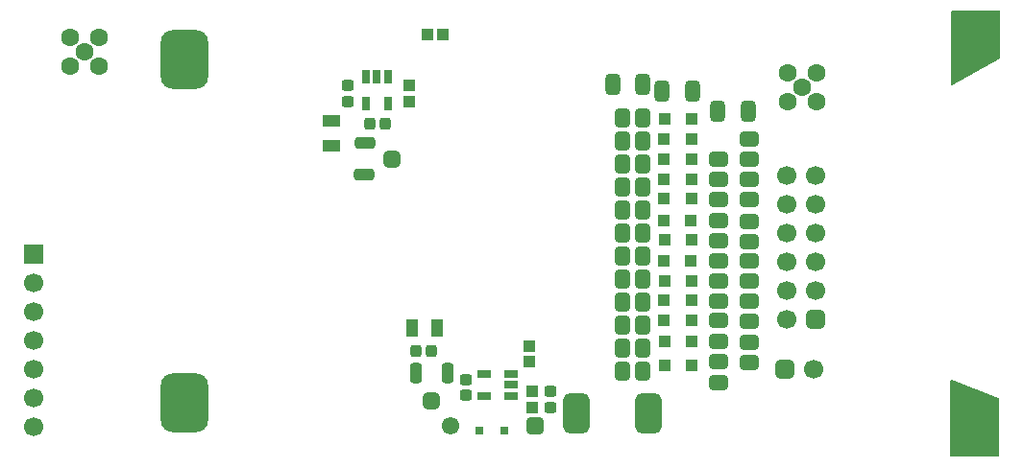
<source format=gbs>
G04 Layer_Color=16711935*
%FSLAX25Y25*%
%MOIN*%
G70*
G01*
G75*
G04:AMPARAMS|DCode=57|XSize=66.93mil|YSize=55.12mil|CornerRadius=15.75mil|HoleSize=0mil|Usage=FLASHONLY|Rotation=180.000|XOffset=0mil|YOffset=0mil|HoleType=Round|Shape=RoundedRectangle|*
%AMROUNDEDRECTD57*
21,1,0.06693,0.02362,0,0,180.0*
21,1,0.03543,0.05512,0,0,180.0*
1,1,0.03150,-0.01772,0.01181*
1,1,0.03150,0.01772,0.01181*
1,1,0.03150,0.01772,-0.01181*
1,1,0.03150,-0.01772,-0.01181*
%
%ADD57ROUNDEDRECTD57*%
%ADD58R,0.04331X0.04331*%
G04:AMPARAMS|DCode=60|XSize=74.8mil|YSize=51.18mil|CornerRadius=14.76mil|HoleSize=0mil|Usage=FLASHONLY|Rotation=270.000|XOffset=0mil|YOffset=0mil|HoleType=Round|Shape=RoundedRectangle|*
%AMROUNDEDRECTD60*
21,1,0.07480,0.02165,0,0,270.0*
21,1,0.04528,0.05118,0,0,270.0*
1,1,0.02953,-0.01083,-0.02264*
1,1,0.02953,-0.01083,0.02264*
1,1,0.02953,0.01083,0.02264*
1,1,0.02953,0.01083,-0.02264*
%
%ADD60ROUNDEDRECTD60*%
G04:AMPARAMS|DCode=63|XSize=43.31mil|YSize=39.37mil|CornerRadius=11.81mil|HoleSize=0mil|Usage=FLASHONLY|Rotation=270.000|XOffset=0mil|YOffset=0mil|HoleType=Round|Shape=RoundedRectangle|*
%AMROUNDEDRECTD63*
21,1,0.04331,0.01575,0,0,270.0*
21,1,0.01969,0.03937,0,0,270.0*
1,1,0.02362,-0.00787,-0.00984*
1,1,0.02362,-0.00787,0.00984*
1,1,0.02362,0.00787,0.00984*
1,1,0.02362,0.00787,-0.00984*
%
%ADD63ROUNDEDRECTD63*%
G04:AMPARAMS|DCode=64|XSize=66.93mil|YSize=55.12mil|CornerRadius=15.75mil|HoleSize=0mil|Usage=FLASHONLY|Rotation=90.000|XOffset=0mil|YOffset=0mil|HoleType=Round|Shape=RoundedRectangle|*
%AMROUNDEDRECTD64*
21,1,0.06693,0.02362,0,0,90.0*
21,1,0.03543,0.05512,0,0,90.0*
1,1,0.03150,0.01181,0.01772*
1,1,0.03150,0.01181,-0.01772*
1,1,0.03150,-0.01181,-0.01772*
1,1,0.03150,-0.01181,0.01772*
%
%ADD64ROUNDEDRECTD64*%
G04:AMPARAMS|DCode=65|XSize=43.31mil|YSize=39.37mil|CornerRadius=11.81mil|HoleSize=0mil|Usage=FLASHONLY|Rotation=0.000|XOffset=0mil|YOffset=0mil|HoleType=Round|Shape=RoundedRectangle|*
%AMROUNDEDRECTD65*
21,1,0.04331,0.01575,0,0,0.0*
21,1,0.01969,0.03937,0,0,0.0*
1,1,0.02362,0.00984,-0.00787*
1,1,0.02362,-0.00984,-0.00787*
1,1,0.02362,-0.00984,0.00787*
1,1,0.02362,0.00984,0.00787*
%
%ADD65ROUNDEDRECTD65*%
%ADD68R,0.03937X0.04331*%
%ADD69R,0.06299X0.03937*%
%ADD73C,0.06102*%
G04:AMPARAMS|DCode=74|XSize=61.02mil|YSize=61.02mil|CornerRadius=17.22mil|HoleSize=0mil|Usage=FLASHONLY|Rotation=180.000|XOffset=0mil|YOffset=0mil|HoleType=Round|Shape=RoundedRectangle|*
%AMROUNDEDRECTD74*
21,1,0.06102,0.02658,0,0,180.0*
21,1,0.02658,0.06102,0,0,180.0*
1,1,0.03445,-0.01329,0.01329*
1,1,0.03445,0.01329,0.01329*
1,1,0.03445,0.01329,-0.01329*
1,1,0.03445,-0.01329,-0.01329*
%
%ADD74ROUNDEDRECTD74*%
%ADD75C,0.06299*%
G04:AMPARAMS|DCode=76|XSize=66.93mil|YSize=66.93mil|CornerRadius=18.7mil|HoleSize=0mil|Usage=FLASHONLY|Rotation=0.000|XOffset=0mil|YOffset=0mil|HoleType=Round|Shape=RoundedRectangle|*
%AMROUNDEDRECTD76*
21,1,0.06693,0.02953,0,0,0.0*
21,1,0.02953,0.06693,0,0,0.0*
1,1,0.03740,0.01476,-0.01476*
1,1,0.03740,-0.01476,-0.01476*
1,1,0.03740,-0.01476,0.01476*
1,1,0.03740,0.01476,0.01476*
%
%ADD76ROUNDEDRECTD76*%
%ADD77C,0.06693*%
G04:AMPARAMS|DCode=78|XSize=66.93mil|YSize=66.93mil|CornerRadius=18.7mil|HoleSize=0mil|Usage=FLASHONLY|Rotation=90.000|XOffset=0mil|YOffset=0mil|HoleType=Round|Shape=RoundedRectangle|*
%AMROUNDEDRECTD78*
21,1,0.06693,0.02953,0,0,90.0*
21,1,0.02953,0.06693,0,0,90.0*
1,1,0.03740,0.01476,0.01476*
1,1,0.03740,0.01476,-0.01476*
1,1,0.03740,-0.01476,-0.01476*
1,1,0.03740,-0.01476,0.01476*
%
%ADD78ROUNDEDRECTD78*%
%ADD79R,0.06693X0.06693*%
G04:AMPARAMS|DCode=80|XSize=139.76mil|YSize=94.49mil|CornerRadius=25.59mil|HoleSize=0mil|Usage=FLASHONLY|Rotation=90.000|XOffset=0mil|YOffset=0mil|HoleType=Round|Shape=RoundedRectangle|*
%AMROUNDEDRECTD80*
21,1,0.13976,0.04331,0,0,90.0*
21,1,0.08858,0.09449,0,0,90.0*
1,1,0.05118,0.02165,0.04429*
1,1,0.05118,0.02165,-0.04429*
1,1,0.05118,-0.02165,-0.04429*
1,1,0.05118,-0.02165,0.04429*
%
%ADD80ROUNDEDRECTD80*%
%ADD81R,0.05118X0.03150*%
%ADD82R,0.03937X0.06299*%
%ADD83R,0.04331X0.03937*%
G04:AMPARAMS|DCode=84|XSize=59.06mil|YSize=59.06mil|CornerRadius=16.73mil|HoleSize=0mil|Usage=FLASHONLY|Rotation=0.000|XOffset=0mil|YOffset=0mil|HoleType=Round|Shape=RoundedRectangle|*
%AMROUNDEDRECTD84*
21,1,0.05906,0.02559,0,0,0.0*
21,1,0.02559,0.05906,0,0,0.0*
1,1,0.03346,0.01280,-0.01280*
1,1,0.03346,-0.01280,-0.01280*
1,1,0.03346,-0.01280,0.01280*
1,1,0.03346,0.01280,0.01280*
%
%ADD84ROUNDEDRECTD84*%
G04:AMPARAMS|DCode=85|XSize=70.87mil|YSize=43.31mil|CornerRadius=12.8mil|HoleSize=0mil|Usage=FLASHONLY|Rotation=270.000|XOffset=0mil|YOffset=0mil|HoleType=Round|Shape=RoundedRectangle|*
%AMROUNDEDRECTD85*
21,1,0.07087,0.01772,0,0,270.0*
21,1,0.04528,0.04331,0,0,270.0*
1,1,0.02559,-0.00886,-0.02264*
1,1,0.02559,-0.00886,0.02264*
1,1,0.02559,0.00886,0.02264*
1,1,0.02559,0.00886,-0.02264*
%
%ADD85ROUNDEDRECTD85*%
%ADD86R,0.02756X0.02756*%
%ADD87R,0.03150X0.05118*%
G04:AMPARAMS|DCode=88|XSize=70.87mil|YSize=43.31mil|CornerRadius=12.8mil|HoleSize=0mil|Usage=FLASHONLY|Rotation=0.000|XOffset=0mil|YOffset=0mil|HoleType=Round|Shape=RoundedRectangle|*
%AMROUNDEDRECTD88*
21,1,0.07087,0.01772,0,0,0.0*
21,1,0.04528,0.04331,0,0,0.0*
1,1,0.02559,0.02264,-0.00886*
1,1,0.02559,-0.02264,-0.00886*
1,1,0.02559,-0.02264,0.00886*
1,1,0.02559,0.02264,0.00886*
%
%ADD88ROUNDEDRECTD88*%
G04:AMPARAMS|DCode=89|XSize=59.06mil|YSize=59.06mil|CornerRadius=16.73mil|HoleSize=0mil|Usage=FLASHONLY|Rotation=90.000|XOffset=0mil|YOffset=0mil|HoleType=Round|Shape=RoundedRectangle|*
%AMROUNDEDRECTD89*
21,1,0.05906,0.02559,0,0,90.0*
21,1,0.02559,0.05906,0,0,90.0*
1,1,0.03346,0.01280,0.01280*
1,1,0.03346,0.01280,-0.01280*
1,1,0.03346,-0.01280,-0.01280*
1,1,0.03346,-0.01280,0.01280*
%
%ADD89ROUNDEDRECTD89*%
G04:AMPARAMS|DCode=90|XSize=204.72mil|YSize=165.35mil|CornerRadius=43.31mil|HoleSize=0mil|Usage=FLASHONLY|Rotation=90.000|XOffset=0mil|YOffset=0mil|HoleType=Round|Shape=RoundedRectangle|*
%AMROUNDEDRECTD90*
21,1,0.20472,0.07874,0,0,90.0*
21,1,0.11811,0.16535,0,0,90.0*
1,1,0.08661,0.03937,0.05906*
1,1,0.08661,0.03937,-0.05906*
1,1,0.08661,-0.03937,-0.05906*
1,1,0.08661,-0.03937,0.05906*
%
%ADD90ROUNDEDRECTD90*%
G36*
X340256Y21987D02*
X340354Y21888D01*
Y1772D01*
X339999Y1420D01*
X323622Y1613D01*
Y27846D01*
X324033Y28130D01*
X340256Y21987D01*
D02*
G37*
G36*
X340748Y139862D02*
X340650Y139764D01*
X324276Y130705D01*
X323845Y130959D01*
X323787Y156142D01*
X324141Y156496D01*
X340748Y156496D01*
Y139862D01*
D02*
G37*
D57*
X243110Y27362D02*
D03*
Y34449D02*
D03*
X243110Y41634D02*
D03*
Y48720D02*
D03*
X253642Y55610D02*
D03*
Y48524D02*
D03*
X243110Y55610D02*
D03*
Y62697D02*
D03*
X253642Y69587D02*
D03*
Y62500D02*
D03*
X243110Y69587D02*
D03*
Y76673D02*
D03*
X253642Y83366D02*
D03*
Y76279D02*
D03*
X243110Y83661D02*
D03*
Y90748D02*
D03*
X253642Y97835D02*
D03*
Y90748D02*
D03*
X243110Y97736D02*
D03*
Y104823D02*
D03*
X253642Y112008D02*
D03*
Y104921D02*
D03*
X253642Y41339D02*
D03*
Y34252D02*
D03*
D58*
X224508Y118996D02*
D03*
X233957D02*
D03*
X224213Y111909D02*
D03*
X233661D02*
D03*
X224213Y104823D02*
D03*
X233661D02*
D03*
X224213Y97835D02*
D03*
X233661D02*
D03*
X224213Y91142D02*
D03*
X233661D02*
D03*
X224114Y83661D02*
D03*
X233563D02*
D03*
X224311Y76772D02*
D03*
X233760D02*
D03*
X224114Y69685D02*
D03*
X233563D02*
D03*
X224311Y62697D02*
D03*
X233760D02*
D03*
X224213Y55709D02*
D03*
X233661D02*
D03*
X224213Y48720D02*
D03*
X233661D02*
D03*
X224311Y41634D02*
D03*
X233760D02*
D03*
X224410Y33366D02*
D03*
X233858D02*
D03*
D60*
X206299Y130709D02*
D03*
X216929D02*
D03*
X242815Y121654D02*
D03*
X253445D02*
D03*
X223425Y128543D02*
D03*
X234055D02*
D03*
D63*
X143504Y38091D02*
D03*
X137992D02*
D03*
X127559Y117323D02*
D03*
X122047D02*
D03*
D64*
X216732Y111292D02*
D03*
X209646D02*
D03*
X216732Y31299D02*
D03*
X209646D02*
D03*
X216732Y39298D02*
D03*
X209646D02*
D03*
X216732Y55297D02*
D03*
X209646D02*
D03*
X216732Y63296D02*
D03*
X209646D02*
D03*
X216732Y79295D02*
D03*
X209646D02*
D03*
X216732Y71296D02*
D03*
X209646D02*
D03*
X216732Y87294D02*
D03*
X209646D02*
D03*
X216732Y95293D02*
D03*
X209646D02*
D03*
X216732Y103293D02*
D03*
X209646D02*
D03*
X216732Y119291D02*
D03*
X209646D02*
D03*
X216732Y47298D02*
D03*
X209646D02*
D03*
D65*
X184843Y24213D02*
D03*
Y18701D02*
D03*
X155315Y22835D02*
D03*
Y28346D02*
D03*
X114567Y130413D02*
D03*
Y124902D02*
D03*
D68*
X142028Y148327D02*
D03*
X147539D02*
D03*
D69*
X108760Y118307D02*
D03*
Y109646D02*
D03*
D73*
X150256Y12183D02*
D03*
D74*
X179469D02*
D03*
D75*
X23031Y142323D02*
D03*
X28032Y147323D02*
D03*
X18032D02*
D03*
Y137323D02*
D03*
X28032D02*
D03*
X272146Y129921D02*
D03*
X277146Y124921D02*
D03*
Y134921D02*
D03*
X267146D02*
D03*
Y124921D02*
D03*
D76*
X266240Y31890D02*
D03*
D77*
X276240D02*
D03*
X266673Y99114D02*
D03*
X276673D02*
D03*
X266673Y89114D02*
D03*
X276673D02*
D03*
X266673Y79114D02*
D03*
X276673D02*
D03*
X266673Y69114D02*
D03*
X276673D02*
D03*
X266673Y59114D02*
D03*
X276673D02*
D03*
X266673Y49114D02*
D03*
X5610Y51752D02*
D03*
Y61752D02*
D03*
Y41752D02*
D03*
Y31752D02*
D03*
Y21752D02*
D03*
Y11752D02*
D03*
D78*
X276673Y49114D02*
D03*
D79*
X5610Y71752D02*
D03*
D80*
X218701Y16535D02*
D03*
X193898D02*
D03*
D81*
X171260Y30174D02*
D03*
Y26434D02*
D03*
Y22694D02*
D03*
X161811D02*
D03*
Y30174D02*
D03*
D82*
X145571Y46260D02*
D03*
X136909D02*
D03*
D83*
X177559Y34449D02*
D03*
Y39961D02*
D03*
X178445Y18602D02*
D03*
Y24114D02*
D03*
X135728Y130509D02*
D03*
Y124998D02*
D03*
D84*
X143602Y20965D02*
D03*
D85*
X138130Y30531D02*
D03*
X149114Y30413D02*
D03*
D86*
X168701Y10531D02*
D03*
X160039D02*
D03*
D87*
X120857Y133514D02*
D03*
X124597D02*
D03*
X128337D02*
D03*
Y124065D02*
D03*
X120857D02*
D03*
D88*
X120374Y110433D02*
D03*
X120256Y99449D02*
D03*
D89*
X129823Y104921D02*
D03*
D90*
X57854Y139508D02*
D03*
X57776Y20059D02*
D03*
M02*

</source>
